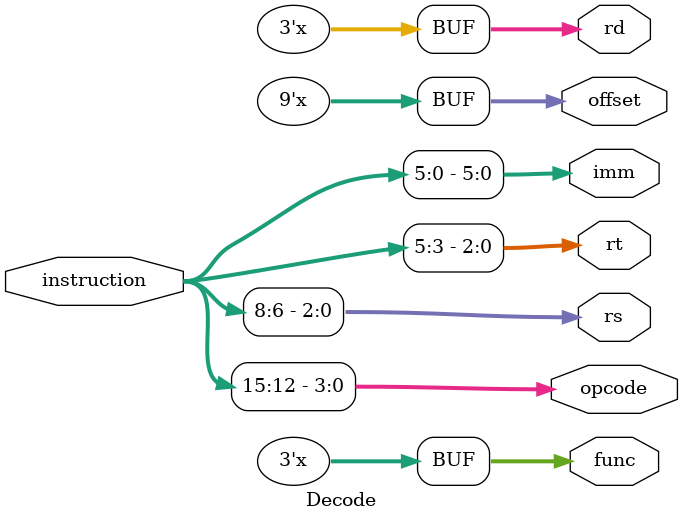
<source format=v>
module Decode (
    input [15:0] instruction,
    output reg [3:0] opcode,
    output reg [2:0] rd,
    output reg [2:0] rs,
    output reg [2:0] rt,
    output reg [2:0] func,
    output reg [5:0] imm,
    output reg [8:0] offset
);

    always @(*) begin
        case(opcode)
            4'b0000: begin
                opcode = instruction[15:12];
                rd = instruction[11:9];
                rs = instruction[8:6];
                rt = instruction[5:3];
                func = instruction[2:0];
            end
            4'b0001: begin
                opcode = instruction[15:12];
                offset = instruction[8:0];
                func = instruction[2:0];
            end
            default: begin
                opcode = instruction[15:12];
                rs = instruction[8:6];
                rt = instruction[5:3];
                imm = instruction[5:0];
            end
        endcase
    end

endmodule

</source>
